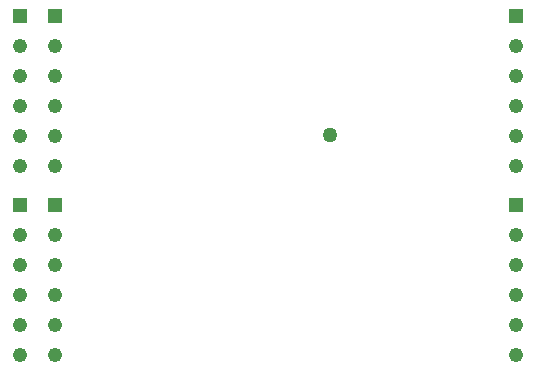
<source format=gbl>
G04*
G04 #@! TF.GenerationSoftware,Altium Limited,Altium Designer,24.5.2 (23)*
G04*
G04 Layer_Physical_Order=4*
G04 Layer_Color=16711680*
%FSLAX44Y44*%
%MOMM*%
G71*
G04*
G04 #@! TF.SameCoordinates,FF7F0701-0BDD-48FF-8A56-710F3804CBA9*
G04*
G04*
G04 #@! TF.FilePolarity,Positive*
G04*
G01*
G75*
%ADD13R,1.2200X1.2200*%
%ADD14C,1.2200*%
%ADD15C,1.2700*%
D13*
X80000Y313500D02*
D03*
X110000Y473500D02*
D03*
Y313500D02*
D03*
X80000Y473500D02*
D03*
X500000Y313500D02*
D03*
Y473500D02*
D03*
D14*
X80000Y288100D02*
D03*
Y262700D02*
D03*
Y237300D02*
D03*
Y211900D02*
D03*
Y186500D02*
D03*
X110000Y448100D02*
D03*
Y422700D02*
D03*
Y397300D02*
D03*
Y371900D02*
D03*
Y346500D02*
D03*
Y288100D02*
D03*
Y262700D02*
D03*
Y237300D02*
D03*
Y211900D02*
D03*
Y186500D02*
D03*
X80000Y448100D02*
D03*
Y422700D02*
D03*
Y397300D02*
D03*
Y371900D02*
D03*
Y346500D02*
D03*
X500000Y186500D02*
D03*
Y211900D02*
D03*
Y237300D02*
D03*
Y262700D02*
D03*
Y288100D02*
D03*
Y346500D02*
D03*
Y371900D02*
D03*
Y397300D02*
D03*
Y422700D02*
D03*
Y448100D02*
D03*
D15*
X342500Y372500D02*
D03*
M02*

</source>
